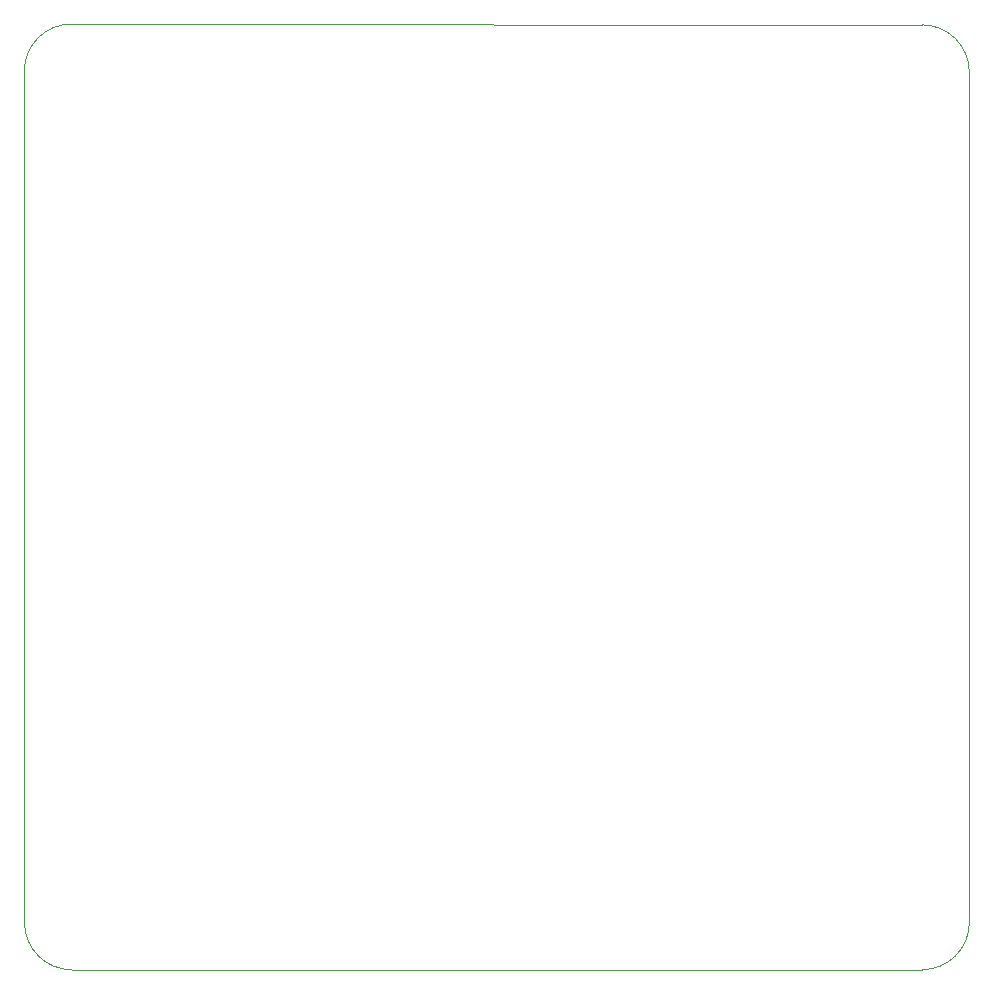
<source format=gm1>
%TF.GenerationSoftware,KiCad,Pcbnew,9.0.0*%
%TF.CreationDate,2025-03-25T13:38:31-05:00*%
%TF.ProjectId,Chassis,43686173-7369-4732-9e6b-696361645f70,rev?*%
%TF.SameCoordinates,Original*%
%TF.FileFunction,Profile,NP*%
%FSLAX46Y46*%
G04 Gerber Fmt 4.6, Leading zero omitted, Abs format (unit mm)*
G04 Created by KiCad (PCBNEW 9.0.0) date 2025-03-25 13:38:31*
%MOMM*%
%LPD*%
G01*
G04 APERTURE LIST*
%TA.AperFunction,Profile*%
%ADD10C,0.100000*%
%TD*%
G04 APERTURE END LIST*
D10*
X52328427Y-25328427D02*
X124347000Y-25400000D01*
X48347000Y-101400000D02*
X48328427Y-29328427D01*
X128347000Y-101400000D02*
G75*
G02*
X124347000Y-105400000I-4000000J0D01*
G01*
X128347000Y-29400000D02*
X128347000Y-101400000D01*
X124347000Y-105400000D02*
X52347000Y-105400000D01*
X52347000Y-105400000D02*
G75*
G02*
X48347000Y-101400000I0J4000000D01*
G01*
X124347000Y-25400000D02*
G75*
G02*
X128347000Y-29400000I0J-4000000D01*
G01*
X48328427Y-29328427D02*
G75*
G02*
X52328427Y-25328427I4000003J-3D01*
G01*
M02*

</source>
